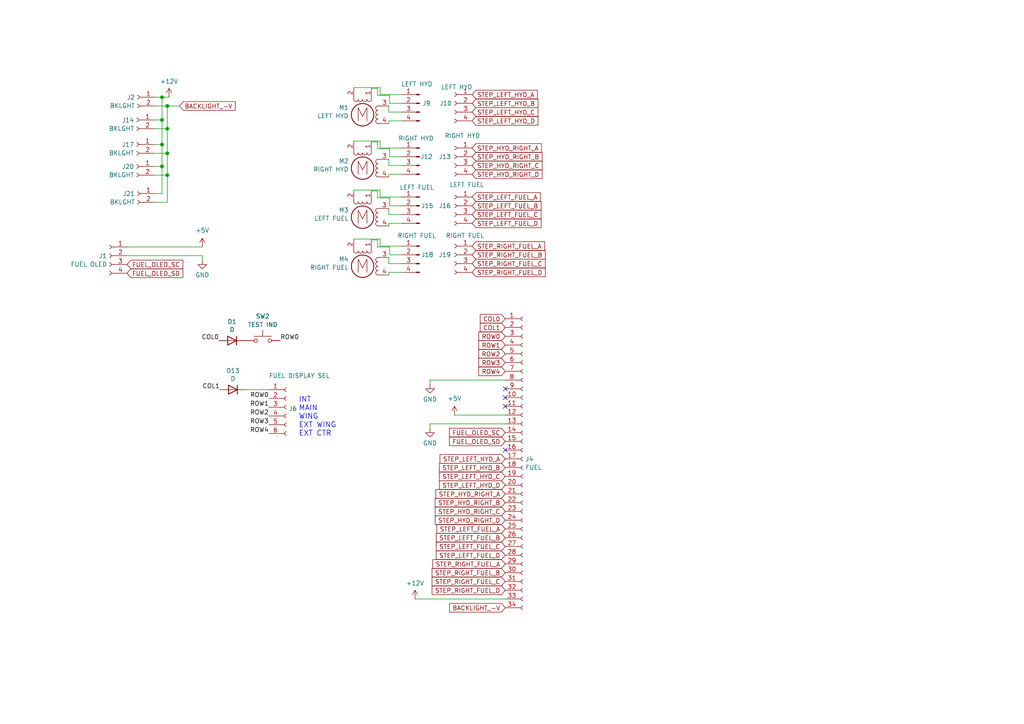
<source format=kicad_sch>
(kicad_sch (version 20231120) (generator "eeschema") (generator_version "8.0")
  (paper "A4")
  (lib_symbols
    (symbol "Conn_01x04_Socket_1" (pin_names (offset 1.016) hide)
      (property "Reference" "J" (at 0 5.08 0))
      (property "Value" "Conn_01x04_Socket" (at 0 -7.62 0))
      (symbol "Conn_01x04_Socket_1_1_1"
        (arc (start 0 -4.572) (mid -0.5058 -5.08) (end 0 -5.588) (stroke (width 0.1524)))
        (arc (start 0 -2.032) (mid -0.5058 -2.54) (end 0 -3.048) (stroke (width 0.1524)))
        (polyline (pts (xy -1.27 -5.08) (xy -0.508 -5.08)) (stroke (width 0.1524)))
        (polyline (pts (xy -1.27 -2.54) (xy -0.508 -2.54)) (stroke (width 0.1524)))
        (polyline (pts (xy -1.27 0) (xy -0.508 0)) (stroke (width 0.1524)))
        (polyline (pts (xy -1.27 2.54) (xy -0.508 2.54)) (stroke (width 0.1524)))
        (arc (start 0 0.508) (mid -0.5058 0) (end 0 -0.508) (stroke (width 0.1524)))
        (arc (start 0 3.048) (mid -0.5058 2.54) (end 0 2.032) (stroke (width 0.1524)))
        (pin passive line (at -5.08 2.54 0) (length 3.81) (name "Pin_1") (number "1"))
        (pin passive line (at -5.08 0 0) (length 3.81) (name "Pin_2") (number "2"))
        (pin passive line (at -5.08 -2.54 0) (length 3.81) (name "Pin_3") (number "3"))
        (pin passive line (at -5.08 -5.08 0) (length 3.81) (name "Pin_4") (number "4"))
      )
    )
    (symbol "Connector:Conn_01x02_Socket" (pin_names (offset 1.016) hide)
      (property "Reference" "J" (at 0 2.54 0))
      (property "Value" "Conn_01x02_Socket" (at 0 -5.08 0))
      (symbol "Conn_01x02_Socket_1_1"
        (arc (start 0 -2.032) (mid -0.5058 -2.54) (end 0 -3.048) (stroke (width 0.1524)))
        (polyline (pts (xy -1.27 -2.54) (xy -0.508 -2.54)) (stroke (width 0.1524)))
        (polyline (pts (xy -1.27 0) (xy -0.508 0)) (stroke (width 0.1524)))
        (arc (start 0 0.508) (mid -0.5058 0) (end 0 -0.508) (stroke (width 0.1524)))
        (pin passive line (at -5.08 0 0) (length 3.81) (name "Pin_1") (number "1"))
        (pin passive line (at -5.08 -2.54 0) (length 3.81) (name "Pin_2") (number "2"))
      )
    )
    (symbol "Connector:Conn_01x04_Pin" (pin_names (offset 1.016) hide)
      (property "Reference" "J" (at 0 5.08 0))
      (property "Value" "Conn_01x04_Pin" (at 0 -7.62 0))
      (symbol "Conn_01x04_Pin_1_1"
        (polyline (pts (xy 1.27 -5.08) (xy 0.8636 -5.08)) (stroke (width 0.1524)))
        (polyline (pts (xy 1.27 -2.54) (xy 0.8636 -2.54)) (stroke (width 0.1524)))
        (polyline (pts (xy 1.27 0) (xy 0.8636 0)) (stroke (width 0.1524)))
        (polyline (pts (xy 1.27 2.54) (xy 0.8636 2.54)) (stroke (width 0.1524)))
        (rectangle (start 0.8636 -4.953) (end 0 -5.207) (stroke (width 0.1524)) (fill (type outline)))
        (rectangle (start 0.8636 -2.413) (end 0 -2.667) (stroke (width 0.1524)) (fill (type outline)))
        (rectangle (start 0.8636 0.127) (end 0 -0.127) (stroke (width 0.1524)) (fill (type outline)))
        (rectangle (start 0.8636 2.667) (end 0 2.413) (stroke (width 0.1524)) (fill (type outline)))
        (pin passive line (at 5.08 2.54 180) (length 3.81) (name "Pin_1") (number "1"))
        (pin passive line (at 5.08 0 180) (length 3.81) (name "Pin_2") (number "2"))
        (pin passive line (at 5.08 -2.54 180) (length 3.81) (name "Pin_3") (number "3"))
        (pin passive line (at 5.08 -5.08 180) (length 3.81) (name "Pin_4") (number "4"))
      )
    )
    (symbol "Connector:Conn_01x04_Socket" (pin_names (offset 1.016) hide)
      (property "Reference" "J" (at 0 5.08 0))
      (property "Value" "Conn_01x04_Socket" (at 0 -7.62 0))
      (symbol "Conn_01x04_Socket_1_1"
        (arc (start 0 -4.572) (mid -0.5058 -5.08) (end 0 -5.588) (stroke (width 0.1524)))
        (arc (start 0 -2.032) (mid -0.5058 -2.54) (end 0 -3.048) (stroke (width 0.1524)))
        (polyline (pts (xy -1.27 -5.08) (xy -0.508 -5.08)) (stroke (width 0.1524)))
        (polyline (pts (xy -1.27 -2.54) (xy -0.508 -2.54)) (stroke (width 0.1524)))
        (polyline (pts (xy -1.27 0) (xy -0.508 0)) (stroke (width 0.1524)))
        (polyline (pts (xy -1.27 2.54) (xy -0.508 2.54)) (stroke (width 0.1524)))
        (arc (start 0 0.508) (mid -0.5058 0) (end 0 -0.508) (stroke (width 0.1524)))
        (arc (start 0 3.048) (mid -0.5058 2.54) (end 0 2.032) (stroke (width 0.1524)))
        (pin passive line (at -5.08 2.54 0) (length 3.81) (name "Pin_1") (number "1"))
        (pin passive line (at -5.08 0 0) (length 3.81) (name "Pin_2") (number "2"))
        (pin passive line (at -5.08 -2.54 0) (length 3.81) (name "Pin_3") (number "3"))
        (pin passive line (at -5.08 -5.08 0) (length 3.81) (name "Pin_4") (number "4"))
      )
    )
    (symbol "Connector:Conn_01x06_Female" (pin_names (offset 1.016) hide)
      (property "Reference" "J" (at 0 7.62 0))
      (property "Value" "Conn_01x06_Female" (at 0 -10.16 0))
      (symbol "Conn_01x06_Female_1_1"
        (arc (start 0 -7.112) (mid -0.5058 -7.62) (end 0 -8.128) (stroke (width 0.1524)))
        (arc (start 0 -4.572) (mid -0.5058 -5.08) (end 0 -5.588) (stroke (width 0.1524)))
        (arc (start 0 -2.032) (mid -0.5058 -2.54) (end 0 -3.048) (stroke (width 0.1524)))
        (polyline (pts (xy -1.27 -7.62) (xy -0.508 -7.62)) (stroke (width 0.1524)))
        (polyline (pts (xy -1.27 -5.08) (xy -0.508 -5.08)) (stroke (width 0.1524)))
        (polyline (pts (xy -1.27 -2.54) (xy -0.508 -2.54)) (stroke (width 0.1524)))
        (polyline (pts (xy -1.27 0) (xy -0.508 0)) (stroke (width 0.1524)))
        (polyline (pts (xy -1.27 2.54) (xy -0.508 2.54)) (stroke (width 0.1524)))
        (polyline (pts (xy -1.27 5.08) (xy -0.508 5.08)) (stroke (width 0.1524)))
        (arc (start 0 0.508) (mid -0.5058 0) (end 0 -0.508) (stroke (width 0.1524)))
        (arc (start 0 3.048) (mid -0.5058 2.54) (end 0 2.032) (stroke (width 0.1524)))
        (arc (start 0 5.588) (mid -0.5058 5.08) (end 0 4.572) (stroke (width 0.1524)))
        (pin passive line (at -5.08 5.08 0) (length 3.81) (name "Pin_1") (number "1"))
        (pin passive line (at -5.08 2.54 0) (length 3.81) (name "Pin_2") (number "2"))
        (pin passive line (at -5.08 0 0) (length 3.81) (name "Pin_3") (number "3"))
        (pin passive line (at -5.08 -2.54 0) (length 3.81) (name "Pin_4") (number "4"))
        (pin passive line (at -5.08 -5.08 0) (length 3.81) (name "Pin_5") (number "5"))
        (pin passive line (at -5.08 -7.62 0) (length 3.81) (name "Pin_6") (number "6"))
      )
    )
    (symbol "Connector:Conn_01x34_Socket" (pin_names (offset 1.016) hide)
      (property "Reference" "J" (at 0 43.18 0))
      (property "Value" "Conn_01x34_Socket" (at 0 -45.72 0))
      (symbol "Conn_01x34_Socket_1_1"
        (arc (start 0 -42.672) (mid -0.5058 -43.18) (end 0 -43.688) (stroke (width 0.1524)))
        (arc (start 0 -40.132) (mid -0.5058 -40.64) (end 0 -41.148) (stroke (width 0.1524)))
        (arc (start 0 -37.592) (mid -0.5058 -38.1) (end 0 -38.608) (stroke (width 0.1524)))
        (arc (start 0 -35.052) (mid -0.5058 -35.56) (end 0 -36.068) (stroke (width 0.1524)))
        (arc (start 0 -32.512) (mid -0.5058 -33.02) (end 0 -33.528) (stroke (width 0.1524)))
        (arc (start 0 -29.972) (mid -0.5058 -30.48) (end 0 -30.988) (stroke (width 0.1524)))
        (arc (start 0 -27.432) (mid -0.5058 -27.94) (end 0 -28.448) (stroke (width 0.1524)))
        (arc (start 0 -24.892) (mid -0.5058 -25.4) (end 0 -25.908) (stroke (width 0.1524)))
        (arc (start 0 -22.352) (mid -0.5058 -22.86) (end 0 -23.368) (stroke (width 0.1524)))
        (arc (start 0 -19.812) (mid -0.5058 -20.32) (end 0 -20.828) (stroke (width 0.1524)))
        (arc (start 0 -17.272) (mid -0.5058 -17.78) (end 0 -18.288) (stroke (width 0.1524)))
        (arc (start 0 -14.732) (mid -0.5058 -15.24) (end 0 -15.748) (stroke (width 0.1524)))
        (arc (start 0 -12.192) (mid -0.5058 -12.7) (end 0 -13.208) (stroke (width 0.1524)))
        (arc (start 0 -9.652) (mid -0.5058 -10.16) (end 0 -10.668) (stroke (width 0.1524)))
        (arc (start 0 -7.112) (mid -0.5058 -7.62) (end 0 -8.128) (stroke (width 0.1524)))
        (arc (start 0 -4.572) (mid -0.5058 -5.08) (end 0 -5.588) (stroke (width 0.1524)))
        (arc (start 0 -2.032) (mid -0.5058 -2.54) (end 0 -3.048) (stroke (width 0.1524)))
        (polyline (pts (xy -1.27 -43.18) (xy -0.508 -43.18)) (stroke (width 0.1524)))
        (polyline (pts (xy -1.27 -40.64) (xy -0.508 -40.64)) (stroke (width 0.1524)))
        (polyline (pts (xy -1.27 -38.1) (xy -0.508 -38.1)) (stroke (width 0.1524)))
        (polyline (pts (xy -1.27 -35.56) (xy -0.508 -35.56)) (stroke (width 0.1524)))
        (polyline (pts (xy -1.27 -33.02) (xy -0.508 -33.02)) (stroke (width 0.1524)))
        (polyline (pts (xy -1.27 -30.48) (xy -0.508 -30.48)) (stroke (width 0.1524)))
        (polyline (pts (xy -1.27 -27.94) (xy -0.508 -27.94)) (stroke (width 0.1524)))
        (polyline (pts (xy -1.27 -25.4) (xy -0.508 -25.4)) (stroke (width 0.1524)))
        (polyline (pts (xy -1.27 -22.86) (xy -0.508 -22.86)) (stroke (width 0.1524)))
        (polyline (pts (xy -1.27 -20.32) (xy -0.508 -20.32)) (stroke (width 0.1524)))
        (polyline (pts (xy -1.27 -17.78) (xy -0.508 -17.78)) (stroke (width 0.1524)))
        (polyline (pts (xy -1.27 -15.24) (xy -0.508 -15.24)) (stroke (width 0.1524)))
        (polyline (pts (xy -1.27 -12.7) (xy -0.508 -12.7)) (stroke (width 0.1524)))
        (polyline (pts (xy -1.27 -10.16) (xy -0.508 -10.16)) (stroke (width 0.1524)))
        (polyline (pts (xy -1.27 -7.62) (xy -0.508 -7.62)) (stroke (width 0.1524)))
        (polyline (pts (xy -1.27 -5.08) (xy -0.508 -5.08)) (stroke (width 0.1524)))
        (polyline (pts (xy -1.27 -2.54) (xy -0.508 -2.54)) (stroke (width 0.1524)))
        (polyline (pts (xy -1.27 0) (xy -0.508 0)) (stroke (width 0.1524)))
        (polyline (pts (xy -1.27 2.54) (xy -0.508 2.54)) (stroke (width 0.1524)))
        (polyline (pts (xy -1.27 5.08) (xy -0.508 5.08)) (stroke (width 0.1524)))
        (polyline (pts (xy -1.27 7.62) (xy -0.508 7.62)) (stroke (width 0.1524)))
        (polyline (pts (xy -1.27 10.16) (xy -0.508 10.16)) (stroke (width 0.1524)))
        (polyline (pts (xy -1.27 12.7) (xy -0.508 12.7)) (stroke (width 0.1524)))
        (polyline (pts (xy -1.27 15.24) (xy -0.508 15.24)) (stroke (width 0.1524)))
        (polyline (pts (xy -1.27 17.78) (xy -0.508 17.78)) (stroke (width 0.1524)))
        (polyline (pts (xy -1.27 20.32) (xy -0.508 20.32)) (stroke (width 0.1524)))
        (polyline (pts (xy -1.27 22.86) (xy -0.508 22.86)) (stroke (width 0.1524)))
        (polyline (pts (xy -1.27 25.4) (xy -0.508 25.4)) (stroke (width 0.1524)))
        (polyline (pts (xy -1.27 27.94) (xy -0.508 27.94)) (stroke (width 0.1524)))
        (polyline (pts (xy -1.27 30.48) (xy -0.508 30.48)) (stroke (width 0.1524)))
        (polyline (pts (xy -1.27 33.02) (xy -0.508 33.02)) (stroke (width 0.1524)))
        (polyline (pts (xy -1.27 35.56) (xy -0.508 35.56)) (stroke (width 0.1524)))
        (polyline (pts (xy -1.27 38.1) (xy -0.508 38.1)) (stroke (width 0.1524)))
        (polyline (pts (xy -1.27 40.64) (xy -0.508 40.64)) (stroke (width 0.1524)))
        (arc (start 0 0.508) (mid -0.5058 0) (end 0 -0.508) (stroke (width 0.1524)))
        (arc (start 0 3.048) (mid -0.5058 2.54) (end 0 2.032) (stroke (width 0.1524)))
        (arc (start 0 5.588) (mid -0.5058 5.08) (end 0 4.572) (stroke (width 0.1524)))
        (arc (start 0 8.128) (mid -0.5058 7.62) (end 0 7.112) (stroke (width 0.1524)))
        (arc (start 0 10.668) (mid -0.5058 10.16) (end 0 9.652) (stroke (width 0.1524)))
        (arc (start 0 13.208) (mid -0.5058 12.7) (end 0 12.192) (stroke (width 0.1524)))
        (arc (start 0 15.748) (mid -0.5058 15.24) (end 0 14.732) (stroke (width 0.1524)))
        (arc (start 0 18.288) (mid -0.5058 17.78) (end 0 17.272) (stroke (width 0.1524)))
        (arc (start 0 20.828) (mid -0.5058 20.32) (end 0 19.812) (stroke (width 0.1524)))
        (arc (start 0 23.368) (mid -0.5058 22.86) (end 0 22.352) (stroke (width 0.1524)))
        (arc (start 0 25.908) (mid -0.5058 25.4) (end 0 24.892) (stroke (width 0.1524)))
        (arc (start 0 28.448) (mid -0.5058 27.94) (end 0 27.432) (stroke (width 0.1524)))
        (arc (start 0 30.988) (mid -0.5058 30.48) (end 0 29.972) (stroke (width 0.1524)))
        (arc (start 0 33.528) (mid -0.5058 33.02) (end 0 32.512) (stroke (width 0.1524)))
        (arc (start 0 36.068) (mid -0.5058 35.56) (end 0 35.052) (stroke (width 0.1524)))
        (arc (start 0 38.608) (mid -0.5058 38.1) (end 0 37.592) (stroke (width 0.1524)))
        (arc (start 0 41.148) (mid -0.5058 40.64) (end 0 40.132) (stroke (width 0.1524)))
        (pin passive line (at -5.08 40.64 0) (length 3.81) (name "Pin_1") (number "1"))
        (pin passive line (at -5.08 17.78 0) (length 3.81) (name "Pin_10") (number "10"))
        (pin passive line (at -5.08 15.24 0) (length 3.81) (name "Pin_11") (number "11"))
        (pin passive line (at -5.08 12.7 0) (length 3.81) (name "Pin_12") (number "12"))
        (pin passive line (at -5.08 10.16 0) (length 3.81) (name "Pin_13") (number "13"))
        (pin passive line (at -5.08 7.62 0) (length 3.81) (name "Pin_14") (number "14"))
        (pin passive line (at -5.08 5.08 0) (length 3.81) (name "Pin_15") (number "15"))
        (pin passive line (at -5.08 2.54 0) (length 3.81) (name "Pin_16") (number "16"))
        (pin passive line (at -5.08 0 0) (length 3.81) (name "Pin_17") (number "17"))
        (pin passive line (at -5.08 -2.54 0) (length 3.81) (name "Pin_18") (number "18"))
        (pin passive line (at -5.08 -5.08 0) (length 3.81) (name "Pin_19") (number "19"))
        (pin passive line (at -5.08 38.1 0) (length 3.81) (name "Pin_2") (number "2"))
        (pin passive line (at -5.08 -7.62 0) (length 3.81) (name "Pin_20") (number "20"))
        (pin passive line (at -5.08 -10.16 0) (length 3.81) (name "Pin_21") (number "21"))
        (pin passive line (at -5.08 -12.7 0) (length 3.81) (name "Pin_22") (number "22"))
        (pin passive line (at -5.08 -15.24 0) (length 3.81) (name "Pin_23") (number "23"))
        (pin passive line (at -5.08 -17.78 0) (length 3.81) (name "Pin_24") (number "24"))
        (pin passive line (at -5.08 -20.32 0) (length 3.81) (name "Pin_25") (number "25"))
        (pin passive line (at -5.08 -22.86 0) (length 3.81) (name "Pin_26") (number "26"))
        (pin passive line (at -5.08 -25.4 0) (length 3.81) (name "Pin_27") (number "27"))
        (pin passive line (at -5.08 -27.94 0) (length 3.81) (name "Pin_28") (number "28"))
        (pin passive line (at -5.08 -30.48 0) (length 3.81) (name "Pin_29") (number "29"))
        (pin passive line (at -5.08 35.56 0) (length 3.81) (name "Pin_3") (number "3"))
        (pin passive line (at -5.08 -33.02 0) (length 3.81) (name "Pin_30") (number "30"))
        (pin passive line (at -5.08 -35.56 0) (length 3.81) (name "Pin_31") (number "31"))
        (pin passive line (at -5.08 -38.1 0) (length 3.81) (name "Pin_32") (number "32"))
        (pin passive line (at -5.08 -40.64 0) (length 3.81) (name "Pin_33") (number "33"))
        (pin passive line (at -5.08 -43.18 0) (length 3.81) (name "Pin_34") (number "34"))
        (pin passive line (at -5.08 33.02 0) (length 3.81) (name "Pin_4") (number "4"))
        (pin passive line (at -5.08 30.48 0) (length 3.81) (name "Pin_5") (number "5"))
        (pin passive line (at -5.08 27.94 0) (length 3.81) (name "Pin_6") (number "6"))
        (pin passive line (at -5.08 25.4 0) (length 3.81) (name "Pin_7") (number "7"))
        (pin passive line (at -5.08 22.86 0) (length 3.81) (name "Pin_8") (number "8"))
        (pin passive line (at -5.08 20.32 0) (length 3.81) (name "Pin_9") (number "9"))
      )
    )
    (symbol "Device:D" (pin_numbers hide) (pin_names (offset 1.016) hide)
      (property "Reference" "D" (at 0 2.54 0))
      (property "Value" "D" (at 0 -2.54 0))
      (symbol "D_0_1"
        (polyline (pts (xy -1.27 1.27) (xy -1.27 -1.27)) (stroke (width 0.254)))
        (polyline (pts (xy 1.27 0) (xy -1.27 0)))
        (polyline (pts (xy 1.27 1.27) (xy 1.27 -1.27) (xy -1.27 0) (xy 1.27 1.27)) (stroke (width 0.254)))
      )
      (symbol "D_1_1"
        (pin passive line (at -3.81 0 0) (length 2.54) (name "K") (number "1"))
        (pin passive line (at 3.81 0 180) (length 2.54) (name "A") (number "2"))
      )
    )
    (symbol "Motor:Stepper_Motor_bipolar" (pin_names (offset 0) hide)
      (property "Reference" "M" (at 3.81 2.54 0))
      (property "Value" "Stepper_Motor_bipolar" (at 3.81 1.27 0))
      (symbol "Stepper_Motor_bipolar_0_0"
        (polyline (pts (xy -1.27 -1.778) (xy -1.27 2.032) (xy 0 -0.508) (xy 1.27 2.032) (xy 1.27 -1.778)))
      )
      (symbol "Stepper_Motor_bipolar_0_1"
        (arc (start -4.445 -2.54) (mid -3.8127 -1.905) (end -4.445 -1.27))
        (arc (start -4.445 -1.27) (mid -3.8127 -0.635) (end -4.445 0))
        (arc (start -4.445 0) (mid -3.8127 0.635) (end -4.445 1.27))
        (arc (start -4.445 1.27) (mid -3.8127 1.905) (end -4.445 2.54))
        (arc (start -2.54 4.445) (mid -1.905 3.8127) (end -1.27 4.445))
        (arc (start -1.27 4.445) (mid -0.635 3.8127) (end 0 4.445))
        (polyline (pts (xy -5.08 -2.54) (xy -4.445 -2.54)))
        (polyline (pts (xy -5.08 2.54) (xy -4.445 2.54)))
        (polyline (pts (xy -2.54 5.08) (xy -2.54 4.445)))
        (polyline (pts (xy 2.54 5.08) (xy 2.54 4.445)))
        (circle (center 0 0) (radius 3.2512) (stroke (width 0.254)))
        (arc (start 0 4.445) (mid 0.635 3.8127) (end 1.27 4.445))
        (arc (start 1.27 4.445) (mid 1.905 3.8127) (end 2.54 4.445))
      )
      (symbol "Stepper_Motor_bipolar_1_1"
        (pin passive line (at -2.54 7.62 270) (length 2.54) (name "~") (number "1"))
        (pin passive line (at 2.54 7.62 270) (length 2.54) (name "-") (number "2"))
        (pin passive line (at -7.62 2.54 0) (length 2.54) (name "~") (number "3"))
        (pin passive line (at -7.62 -2.54 0) (length 2.54) (name "~") (number "4"))
      )
    )
    (symbol "Switch:SW_Push" (pin_numbers hide) (pin_names (offset 1.016) hide)
      (property "Reference" "SW" (at 1.27 2.54 0))
      (property "Value" "SW_Push" (at 0 -1.524 0))
      (symbol "SW_Push_0_1"
        (circle (center -2.032 0) (radius 0.508))
        (polyline (pts (xy 0 1.27) (xy 0 3.048)))
        (polyline (pts (xy 2.54 1.27) (xy -2.54 1.27)))
        (circle (center 2.032 0) (radius 0.508))
        (pin passive line (at -5.08 0 0) (length 2.54) (name "1") (number "1"))
        (pin passive line (at 5.08 0 180) (length 2.54) (name "2") (number "2"))
      )
    )
    (symbol "power:+12V" (power) (pin_numbers hide) (pin_names (offset 0) hide)
      (property "Value" "+12V" (at 0 3.556 0))
      (symbol "+12V_0_1"
        (polyline (pts (xy -0.762 1.27) (xy 0 2.54)))
        (polyline (pts (xy 0 0) (xy 0 2.54)))
        (polyline (pts (xy 0 2.54) (xy 0.762 1.27)))
      )
      (symbol "+12V_1_1"
        (pin power_in line (at 0 0 90) (length 0) (name "~") (number "1"))
      )
    )
    (symbol "power:+5V" (power) (pin_numbers hide) (pin_names (offset 0) hide)
      (property "Value" "+5V" (at 0 3.556 0))
      (symbol "+5V_0_1"
        (polyline (pts (xy -0.762 1.27) (xy 0 2.54)))
        (polyline (pts (xy 0 0) (xy 0 2.54)))
        (polyline (pts (xy 0 2.54) (xy 0.762 1.27)))
      )
      (symbol "+5V_1_1"
        (pin power_in line (at 0 0 90) (length 0) (name "~") (number "1"))
      )
    )
    (symbol "power:GND" (power) (pin_numbers hide) (pin_names (offset 0) hide)
      (property "Value" "GND" (at 0 -3.81 0))
      (symbol "GND_0_1"
        (polyline (pts (xy 0 0) (xy 0 -1.27) (xy 1.27 -1.27) (xy 0 -2.54) (xy -1.27 -1.27) (xy 0 -1.27)))
      )
      (symbol "GND_1_1"
        (pin power_in line (at 0 0 270) (length 0) (name "~") (number "1"))
      )
    )
  )
  (junction (at 48.514 50.8))
  (junction (at 48.514 44.45))
  (junction (at 46.99 48.26))
  (junction (at 46.99 41.91))
  (junction (at 46.99 28.194))
  (junction (at 48.514 37.338))
  (junction (at 46.99 34.798))
  (junction (at 48.514 30.734))
  (no_connect (at 146.558 115.316))
  (no_connect (at 146.558 112.776))
  (no_connect (at 146.558 130.556))
  (no_connect (at 146.558 117.856))
  (wire (pts (xy 110.236 25.4) (xy 110.236 27.432)))
  (wire (pts (xy 124.714 124.206) (xy 124.714 122.936)))
  (wire (pts (xy 48.514 37.338) (xy 48.514 44.45)))
  (wire (pts (xy 109.474 27.686) (xy 109.474 25.654)))
  (wire (pts (xy 48.514 30.734) (xy 52.07 30.734)))
  (wire (pts (xy 124.714 110.236) (xy 146.558 110.236)))
  (wire (pts (xy 116.586 50.546) (xy 112.776 50.546)))
  (wire (pts (xy 44.704 37.338) (xy 48.514 37.338)))
  (wire (pts (xy 112.776 78.994) (xy 112.776 79.756)))
  (wire (pts (xy 116.586 78.994) (xy 112.776 78.994)))
  (wire (pts (xy 109.474 43.18) (xy 109.474 41.148)))
  (wire (pts (xy 109.474 41.148) (xy 107.696 41.148)))
  (wire (pts (xy 58.674 71.628) (xy 36.83 71.628)))
  (wire (pts (xy 44.704 41.91) (xy 46.99 41.91)))
  (wire (pts (xy 113.03 27.686) (xy 109.474 27.686)))
  (wire (pts (xy 46.99 48.26) (xy 46.99 56.134)))
  (wire (pts (xy 110.236 27.432) (xy 116.586 27.432)))
  (wire (pts (xy 116.586 45.466) (xy 113.03 45.466)))
  (wire (pts (xy 113.03 71.628) (xy 109.474 71.628)))
  (wire (pts (xy 112.776 32.512) (xy 112.776 30.734)))
  (wire (pts (xy 116.586 62.23) (xy 112.776 62.23)))
  (wire (pts (xy 116.586 48.006) (xy 112.776 48.006)))
  (wire (pts (xy 113.03 57.404) (xy 109.474 57.404)))
  (wire (pts (xy 112.776 76.454) (xy 112.776 74.676)))
  (wire (pts (xy 113.03 45.466) (xy 113.03 43.18)))
  (wire (pts (xy 109.474 57.404) (xy 109.474 55.372)))
  (wire (pts (xy 116.586 35.052) (xy 112.776 35.052)))
  (wire (pts (xy 44.704 48.26) (xy 46.99 48.26)))
  (wire (pts (xy 131.826 120.396) (xy 146.558 120.396)))
  (wire (pts (xy 48.514 58.674) (xy 44.958 58.674)))
  (wire (pts (xy 116.586 76.454) (xy 112.776 76.454)))
  (wire (pts (xy 112.776 50.546) (xy 112.776 51.308)))
  (wire (pts (xy 44.958 28.194) (xy 46.99 28.194)))
  (wire (pts (xy 46.99 28.194) (xy 49.022 28.194)))
  (wire (pts (xy 46.99 56.134) (xy 44.958 56.134)))
  (wire (pts (xy 44.958 30.734) (xy 48.514 30.734)))
  (wire (pts (xy 124.714 111.506) (xy 124.714 110.236)))
  (wire (pts (xy 116.586 32.512) (xy 112.776 32.512)))
  (wire (pts (xy 113.03 43.18) (xy 109.474 43.18)))
  (wire (pts (xy 113.03 59.69) (xy 113.03 57.404)))
  (wire (pts (xy 102.616 25.654) (xy 102.616 25.4)))
  (wire (pts (xy 102.616 55.372) (xy 102.616 55.118)))
  (wire (pts (xy 113.03 73.914) (xy 113.03 71.628)))
  (wire (pts (xy 46.99 34.798) (xy 46.99 41.91)))
  (wire (pts (xy 112.776 48.006) (xy 112.776 46.228)))
  (wire (pts (xy 58.674 74.168) (xy 36.83 74.168)))
  (wire (pts (xy 109.474 25.654) (xy 107.696 25.654)))
  (wire (pts (xy 120.396 173.736) (xy 146.558 173.736)))
  (wire (pts (xy 46.99 28.194) (xy 46.99 34.798)))
  (wire (pts (xy 109.474 55.372) (xy 107.696 55.372)))
  (wire (pts (xy 113.03 29.972) (xy 113.03 27.686)))
  (wire (pts (xy 110.236 42.926) (xy 116.586 42.926)))
  (wire (pts (xy 102.616 69.596) (xy 102.616 69.342)))
  (wire (pts (xy 109.474 71.628) (xy 109.474 69.596)))
  (wire (pts (xy 109.474 69.596) (xy 107.696 69.596)))
  (wire (pts (xy 124.714 122.936) (xy 146.558 122.936)))
  (wire (pts (xy 116.586 29.972) (xy 113.03 29.972)))
  (wire (pts (xy 48.514 30.734) (xy 48.514 37.338)))
  (wire (pts (xy 102.616 25.4) (xy 110.236 25.4)))
  (wire (pts (xy 110.236 69.342) (xy 110.236 71.374)))
  (wire (pts (xy 71.374 113.03) (xy 77.978 113.03)))
  (wire (pts (xy 110.236 57.15) (xy 116.586 57.15)))
  (wire (pts (xy 116.586 73.914) (xy 113.03 73.914)))
  (wire (pts (xy 44.704 50.8) (xy 48.514 50.8)))
  (wire (pts (xy 112.776 35.052) (xy 112.776 35.814)))
  (wire (pts (xy 44.704 34.798) (xy 46.99 34.798)))
  (wire (pts (xy 110.236 55.118) (xy 110.236 57.15)))
  (wire (pts (xy 110.236 71.374) (xy 116.586 71.374)))
  (wire (pts (xy 48.514 44.45) (xy 48.514 50.8)))
  (wire (pts (xy 102.616 55.118) (xy 110.236 55.118)))
  (wire (pts (xy 112.776 64.77) (xy 112.776 65.532)))
  (wire (pts (xy 102.616 41.148) (xy 102.616 40.894)))
  (wire (pts (xy 44.704 44.45) (xy 48.514 44.45)))
  (wire (pts (xy 48.514 50.8) (xy 48.514 58.674)))
  (wire (pts (xy 46.99 41.91) (xy 46.99 48.26)))
  (wire (pts (xy 116.586 64.77) (xy 112.776 64.77)))
  (wire (pts (xy 102.616 40.894) (xy 110.236 40.894)))
  (wire (pts (xy 110.236 40.894) (xy 110.236 42.926)))
  (wire (pts (xy 116.586 59.69) (xy 113.03 59.69)))
  (wire (pts (xy 102.616 69.342) (xy 110.236 69.342)))
  (wire (pts (xy 112.776 62.23) (xy 112.776 60.452)))
  (wire (pts (xy 58.674 75.438) (xy 58.674 74.168)))
  (text "INT\nMAIN\nWING\nEXT WING\nEXT CTR" (at 86.614 120.904 0) (effects (font (size 1.524 1.524)) (justify left)))
  (label "ROW2" (at 77.978 120.65 180))
  (label "COL0" (at 63.5 98.806 180))
  (label "COL1" (at 63.754 113.03 180))
  (label "ROW3" (at 77.978 123.19 180))
  (label "ROW1" (at 77.978 118.11 180))
  (label "ROW4" (at 77.978 125.73 180))
  (label "ROW0" (at 77.978 115.57 180))
  (label "ROW0" (at 81.28 98.806 0))
  (global_label "STEP_LEFT_FUEL_D" (shape input) (at 136.906 64.77 0) (property "Intersheetrefs" "${INTERSHEET_REFS}" (effects (hide yes))))
  (global_label "COL0" (shape input) (at 146.558 92.456 180) (property "Intersheetrefs" "${INTERSHEET_REFS}" (effects (hide yes))))
  (global_label "STEP_RIGHT_FUEL_D" (shape input) (at 146.558 171.196 180) (property "Intersheetrefs" "${INTERSHEET_REFS}" (effects (hide yes))))
  (global_label "FUEL_OLED_SC" (shape input) (at 146.558 125.476 180) (property "Intersheetrefs" "${INTERSHEET_REFS}" (effects (hide yes))))
  (global_label "STEP_LEFT_HYD_B" (shape input) (at 146.558 135.636 180) (property "Intersheetrefs" "${INTERSHEET_REFS}" (effects (hide yes))))
  (global_label "BACKLIGHT_-V" (shape input) (at 52.07 30.734 0) (property "Intersheetrefs" "${INTERSHEET_REFS}" (effects (hide yes))))
  (global_label "FUEL_OLED_SD" (shape input) (at 36.83 79.248 0) (property "Intersheetrefs" "${INTERSHEET_REFS}" (effects (hide yes))))
  (global_label "STEP_LEFT_FUEL_C" (shape input) (at 136.906 62.23 0) (property "Intersheetrefs" "${INTERSHEET_REFS}" (effects (hide yes))))
  (global_label "STEP_LEFT_FUEL_A" (shape input) (at 146.558 153.416 180) (property "Intersheetrefs" "${INTERSHEET_REFS}" (effects (hide yes))))
  (global_label "STEP_LEFT_HYD_D" (shape input) (at 136.906 35.052 0) (property "Intersheetrefs" "${INTERSHEET_REFS}" (effects (hide yes))))
  (global_label "STEP_RIGHT_FUEL_A" (shape input) (at 146.558 163.576 180) (property "Intersheetrefs" "${INTERSHEET_REFS}" (effects (hide yes))))
  (global_label "STEP_HYD_RIGHT_A" (shape input) (at 136.906 42.926 0) (property "Intersheetrefs" "${INTERSHEET_REFS}" (effects (hide yes))))
  (global_label "STEP_LEFT_HYD_C" (shape input) (at 146.558 138.176 180) (property "Intersheetrefs" "${INTERSHEET_REFS}" (effects (hide yes))))
  (global_label "ROW4" (shape input) (at 146.558 107.696 180) (property "Intersheetrefs" "${INTERSHEET_REFS}" (effects (hide yes))))
  (global_label "FUEL_OLED_SD" (shape input) (at 146.558 128.016 180) (property "Intersheetrefs" "${INTERSHEET_REFS}" (effects (hide yes))))
  (global_label "BACKLIGHT_-V" (shape input) (at 146.558 176.276 180) (property "Intersheetrefs" "${INTERSHEET_REFS}" (effects (hide yes))))
  (global_label "STEP_HYD_RIGHT_B" (shape input) (at 136.906 45.466 0) (property "Intersheetrefs" "${INTERSHEET_REFS}" (effects (hide yes))))
  (global_label "STEP_RIGHT_FUEL_C" (shape input) (at 146.558 168.656 180) (property "Intersheetrefs" "${INTERSHEET_REFS}" (effects (hide yes))))
  (global_label "STEP_RIGHT_FUEL_A" (shape input) (at 136.906 71.374 0) (property "Intersheetrefs" "${INTERSHEET_REFS}" (effects (hide yes))))
  (global_label "STEP_HYD_RIGHT_C" (shape input) (at 136.906 48.006 0) (property "Intersheetrefs" "${INTERSHEET_REFS}" (effects (hide yes))))
  (global_label "STEP_LEFT_FUEL_C" (shape input) (at 146.558 158.496 180) (property "Intersheetrefs" "${INTERSHEET_REFS}" (effects (hide yes))))
  (global_label "STEP_RIGHT_FUEL_C" (shape input) (at 136.906 76.454 0) (property "Intersheetrefs" "${INTERSHEET_REFS}" (effects (hide yes))))
  (global_label "STEP_LEFT_HYD_B" (shape input) (at 136.906 29.972 0) (property "Intersheetrefs" "${INTERSHEET_REFS}" (effects (hide yes))))
  (global_label "STEP_HYD_RIGHT_D" (shape input) (at 146.558 150.876 180) (property "Intersheetrefs" "${INTERSHEET_REFS}" (effects (hide yes))))
  (global_label "STEP_LEFT_FUEL_B" (shape input) (at 136.906 59.69 0) (property "Intersheetrefs" "${INTERSHEET_REFS}" (effects (hide yes))))
  (global_label "STEP_HYD_RIGHT_B" (shape input) (at 146.558 145.796 180) (property "Intersheetrefs" "${INTERSHEET_REFS}" (effects (hide yes))))
  (global_label "STEP_LEFT_HYD_C" (shape input) (at 136.906 32.512 0) (property "Intersheetrefs" "${INTERSHEET_REFS}" (effects (hide yes))))
  (global_label "STEP_LEFT_FUEL_A" (shape input) (at 136.906 57.15 0) (property "Intersheetrefs" "${INTERSHEET_REFS}" (effects (hide yes))))
  (global_label "STEP_HYD_RIGHT_D" (shape input) (at 136.906 50.546 0) (property "Intersheetrefs" "${INTERSHEET_REFS}" (effects (hide yes))))
  (global_label "STEP_RIGHT_FUEL_B" (shape input) (at 136.906 73.914 0) (property "Intersheetrefs" "${INTERSHEET_REFS}" (effects (hide yes))))
  (global_label "ROW3" (shape input) (at 146.558 105.156 180) (property "Intersheetrefs" "${INTERSHEET_REFS}" (effects (hide yes))))
  (global_label "STEP_RIGHT_FUEL_B" (shape input) (at 146.558 166.116 180) (property "Intersheetrefs" "${INTERSHEET_REFS}" (effects (hide yes))))
  (global_label "STEP_RIGHT_FUEL_D" (shape input) (at 136.906 78.994 0) (property "Intersheetrefs" "${INTERSHEET_REFS}" (effects (hide yes))))
  (global_label "ROW1" (shape input) (at 146.558 100.076 180) (property "Intersheetrefs" "${INTERSHEET_REFS}" (effects (hide yes))))
  (global_label "STEP_LEFT_FUEL_B" (shape input) (at 146.558 155.956 180) (property "Intersheetrefs" "${INTERSHEET_REFS}" (effects (hide yes))))
  (global_label "ROW2" (shape input) (at 146.558 102.616 180) (property "Intersheetrefs" "${INTERSHEET_REFS}" (effects (hide yes))))
  (global_label "STEP_HYD_RIGHT_A" (shape input) (at 146.558 143.256 180) (property "Intersheetrefs" "${INTERSHEET_REFS}" (effects (hide yes))))
  (global_label "ROW0" (shape input) (at 146.558 97.536 180) (property "Intersheetrefs" "${INTERSHEET_REFS}" (effects (hide yes))))
  (global_label "STEP_LEFT_HYD_D" (shape input) (at 146.558 140.716 180) (property "Intersheetrefs" "${INTERSHEET_REFS}" (effects (hide yes))))
  (global_label "STEP_LEFT_HYD_A" (shape input) (at 136.906 27.432 0) (property "Intersheetrefs" "${INTERSHEET_REFS}" (effects (hide yes))))
  (global_label "COL1" (shape input) (at 146.558 94.996 180) (property "Intersheetrefs" "${INTERSHEET_REFS}" (effects (hide yes))))
  (global_label "FUEL_OLED_SC" (shape input) (at 36.83 76.708 0) (property "Intersheetrefs" "${INTERSHEET_REFS}" (effects (hide yes))))
  (global_label "STEP_LEFT_HYD_A" (shape input) (at 146.558 133.096 180) (property "Intersheetrefs" "${INTERSHEET_REFS}" (effects (hide yes))))
  (global_label "STEP_HYD_RIGHT_C" (shape input) (at 146.558 148.336 180) (property "Intersheetrefs" "${INTERSHEET_REFS}" (effects (hide yes))))
  (global_label "STEP_LEFT_FUEL_D" (shape input) (at 146.558 161.036 180) (property "Intersheetrefs" "${INTERSHEET_REFS}" (effects (hide yes))))
  (symbol (lib_name "Conn_01x04_Socket_1") (lib_id "Connector:Conn_01x04_Socket") (at 131.826 73.914 0) (mirror y) (unit 1)
    (property "Reference" "J19" (at 129.032 73.914 0))
    (property "Value" "RIGHT FUEL" (at 134.874 68.326 0))
    (property "Footprint" "Connector_Molex:Molex_KK-254_AE-6410-04A_1x04_P2.54mm_Vertical" (effects (hide yes)))
    (property "Description" "Generic connector, single row, 01x04, script generated" (effects (hide yes)))
  )
  (symbol (lib_id "power:+12V") (at 49.022 28.194 0) (unit 1)
    (property "Reference" "#PWR04" (effects (hide yes)))
    (property "Value" "+12V" (at 49.022 23.622 0))
    (property "Description" "Power symbol creates a global label with name \"+12V\"" (effects (hide yes)))
  )
  (symbol (lib_id "Switch:SW_Push") (at 76.2 98.806 0) (unit 1)
    (property "Reference" "SW2" (at 76.2 91.7405 0))
    (property "Value" "TEST IND" (at 76.2 94.1648 0))
    (property "Footprint" "Connector_Molex:Molex_KK-254_AE-6410-02A_1x02_P2.54mm_Vertical" (effects (hide yes)))
  )
  (symbol (lib_id "power:+5V") (at 58.674 71.628 0) (mirror y) (unit 1)
    (property "Reference" "#PWR05" (effects (hide yes)))
    (property "Value" "+5V" (at 58.674 66.802 0))
    (property "Description" "Power symbol creates a global label with name \"+5V\"" (effects (hide yes)))
  )
  (symbol (lib_id "Connector:Conn_01x04_Socket") (at 131.826 45.466 0) (mirror y) (unit 1)
    (property "Reference" "J13" (at 129.032 45.466 0))
    (property "Value" "RIGHT HYD" (at 134.112 39.37 0))
    (property "Footprint" "Connector_Molex:Molex_KK-254_AE-6410-04A_1x04_P2.54mm_Vertical" (effects (hide yes)))
    (property "Description" "Generic connector, single row, 01x04, script generated" (effects (hide yes)))
  )
  (symbol (lib_id "Connector:Conn_01x04_Pin") (at 121.666 73.914 0) (mirror y) (unit 1) (in_bom no) (on_board no)
    (property "Reference" "J18" (at 123.952 73.914 0))
    (property "Value" "RIGHT FUEL" (at 120.904 68.326 0))
    (property "Description" "Generic connector, single row, 01x04, script generated" (effects (hide yes)))
  )
  (symbol (lib_id "Connector:Conn_01x02_Socket") (at 39.624 34.798 0) (mirror y) (unit 1)
    (property "Reference" "J14" (at 38.9128 34.8559 0) (effects (justify left)))
    (property "Value" "BKLGHT" (at 38.9128 37.2801 0) (effects (justify left)))
    (property "Footprint" "Connector_Molex:Molex_KK-254_AE-6410-02A_1x02_P2.54mm_Vertical" (effects (hide yes)))
  )
  (symbol (lib_id "power:GND") (at 58.674 75.438 0) (mirror y) (unit 1)
    (property "Reference" "#PWR06" (effects (hide yes)))
    (property "Value" "GND" (at 58.674 79.756 0))
    (property "Description" "Power symbol creates a global label with name \"GND\" , ground" (effects (hide yes)))
  )
  (symbol (lib_id "Connector:Conn_01x04_Socket") (at 31.75 74.168 0) (mirror y) (unit 1)
    (property "Reference" "J1" (at 31.0388 74.2259 0) (effects (justify left)))
    (property "Value" "FUEL OLED" (at 31.0388 76.6501 0) (effects (justify left)))
    (property "Footprint" "Connector_Molex:Molex_KK-254_AE-6410-04A_1x04_P2.54mm_Vertical" (effects (hide yes)))
  )
  (symbol (lib_id "Motor:Stepper_Motor_bipolar") (at 105.156 48.768 0) (mirror y) (unit 1) (in_bom no) (on_board no)
    (property "Reference" "M2" (at 101.1428 46.7049 0) (effects (justify left)))
    (property "Value" "RIGHT HYD" (at 101.1428 49.1292 0) (effects (justify left)))
    (property "Datasheet" "http://www.infineon.com/dgdl/Application-Note-TLE8110EE_driving_UniPolarStepperMotor_V1.1.pdf?fileId=db3a30431be39b97011be5d0aa0a00b0" (effects (hide yes)))
    (property "Description" "4-wire bipolar stepper motor" (effects (hide yes)))
  )
  (symbol (lib_id "Motor:Stepper_Motor_bipolar") (at 105.156 77.216 0) (mirror y) (unit 1) (in_bom no) (on_board no)
    (property "Reference" "M4" (at 101.1429 75.1529 0) (effects (justify left)))
    (property "Value" "RIGHT FUEL" (at 101.1429 77.5772 0) (effects (justify left)))
    (property "Datasheet" "http://www.infineon.com/dgdl/Application-Note-TLE8110EE_driving_UniPolarStepperMotor_V1.1.pdf?fileId=db3a30431be39b97011be5d0aa0a00b0" (effects (hide yes)))
    (property "Description" "4-wire bipolar stepper motor" (effects (hide yes)))
  )
  (symbol (lib_id "Device:D") (at 67.564 113.03 0) (mirror y) (unit 1)
    (property "Reference" "D13" (at 67.564 107.5436 0))
    (property "Value" "D" (at 67.564 109.855 0))
    (property "Footprint" "Diode_THT:D_DO-35_SOD27_P7.62mm_Horizontal" (effects (hide yes)))
  )
  (symbol (lib_id "Connector:Conn_01x02_Socket") (at 39.624 41.91 0) (mirror y) (unit 1)
    (property "Reference" "J17" (at 38.9128 41.9679 0) (effects (justify left)))
    (property "Value" "BKLGHT" (at 38.9128 44.3921 0) (effects (justify left)))
    (property "Footprint" "Connector_Molex:Molex_KK-254_AE-6410-02A_1x02_P2.54mm_Vertical" (effects (hide yes)))
  )
  (symbol (lib_id "power:GND") (at 124.714 124.206 0) (unit 1)
    (property "Reference" "#PWR03" (effects (hide yes)))
    (property "Value" "GND" (at 124.714 128.524 0))
    (property "Description" "Power symbol creates a global label with name \"GND\" , ground" (effects (hide yes)))
  )
  (symbol (lib_id "power:+5V") (at 131.826 120.396 0) (unit 1)
    (property "Reference" "#PWR02" (effects (hide yes)))
    (property "Value" "+5V" (at 131.826 115.57 0))
    (property "Description" "Power symbol creates a global label with name \"+5V\"" (effects (hide yes)))
  )
  (symbol (lib_id "Motor:Stepper_Motor_bipolar") (at 105.156 62.992 0) (mirror y) (unit 1) (in_bom no) (on_board no)
    (property "Reference" "M3" (at 101.1429 60.9289 0) (effects (justify left)))
    (property "Value" "LEFT FUEL" (at 101.1429 63.3532 0) (effects (justify left)))
    (property "Datasheet" "http://www.infineon.com/dgdl/Application-Note-TLE8110EE_driving_UniPolarStepperMotor_V1.1.pdf?fileId=db3a30431be39b97011be5d0aa0a00b0" (effects (hide yes)))
    (property "Description" "4-wire bipolar stepper motor" (effects (hide yes)))
  )
  (symbol (lib_id "power:+12V") (at 120.396 173.736 0) (unit 1)
    (property "Reference" "#PWR01" (effects (hide yes)))
    (property "Value" "+12V" (at 120.396 169.164 0))
    (property "Description" "Power symbol creates a global label with name \"+12V\"" (effects (hide yes)))
  )
  (symbol (lib_id "Connector:Conn_01x02_Socket") (at 39.878 28.194 0) (mirror y) (unit 1)
    (property "Reference" "J2" (at 39.1668 28.2519 0) (effects (justify left)))
    (property "Value" "BKLGHT" (at 39.1668 30.6761 0) (effects (justify left)))
    (property "Footprint" "Connector_Molex:Molex_KK-254_AE-6410-02A_1x02_P2.54mm_Vertical" (effects (hide yes)))
  )
  (symbol (lib_id "Connector:Conn_01x02_Socket") (at 39.624 48.26 0) (mirror y) (unit 1)
    (property "Reference" "J20" (at 38.9128 48.3179 0) (effects (justify left)))
    (property "Value" "BKLGHT" (at 38.9128 50.7421 0) (effects (justify left)))
    (property "Footprint" "Connector_Molex:Molex_KK-254_AE-6410-02A_1x02_P2.54mm_Vertical" (effects (hide yes)))
  )
  (symbol (lib_id "Connector:Conn_01x02_Socket") (at 39.878 56.134 0) (mirror y) (unit 1)
    (property "Reference" "J21" (at 39.1668 56.1919 0) (effects (justify left)))
    (property "Value" "BKLGHT" (at 39.1668 58.6161 0) (effects (justify left)))
    (property "Footprint" "Connector_Molex:Molex_KK-254_AE-6410-02A_1x02_P2.54mm_Vertical" (effects (hide yes)))
  )
  (symbol (lib_id "Motor:Stepper_Motor_bipolar") (at 105.156 33.274 0) (mirror y) (unit 1) (in_bom no) (on_board no)
    (property "Reference" "M1" (at 101.1428 31.2109 0) (effects (justify left)))
    (property "Value" "LEFT HYD" (at 101.1428 33.6352 0) (effects (justify left)))
    (property "Datasheet" "http://www.infineon.com/dgdl/Application-Note-TLE8110EE_driving_UniPolarStepperMotor_V1.1.pdf?fileId=db3a30431be39b97011be5d0aa0a00b0" (effects (hide yes)))
    (property "Description" "4-wire bipolar stepper motor" (effects (hide yes)))
  )
  (symbol (lib_id "Connector:Conn_01x04_Pin") (at 121.666 29.972 0) (mirror y) (unit 1) (in_bom no) (on_board no)
    (property "Reference" "J9" (at 123.698 29.972 0))
    (property "Value" "LEFT HYD" (at 120.904 24.384 0))
    (property "Description" "Generic connector, single row, 01x04, script generated" (effects (hide yes)))
  )
  (symbol (lib_id "Connector:Conn_01x34_Socket") (at 151.638 133.096 0) (unit 1)
    (property "Reference" "J4" (at 152.3492 133.1538 0) (effects (justify left)))
    (property "Value" "FUEL" (at 152.3492 135.5781 0) (effects (justify left)))
    (property "Footprint" "Connector_IDC:IDC-Header_2x17_P2.54mm_Vertical" (effects (hide yes)))
    (property "Description" "Generic connector, single row, 01x34, script generated" (effects (hide yes)))
  )
  (symbol (lib_id "power:GND") (at 124.714 111.506 0) (unit 1)
    (property "Reference" "#PWR07" (effects (hide yes)))
    (property "Value" "GND" (at 124.714 115.824 0))
    (property "Description" "Power symbol creates a global label with name \"GND\" , ground" (effects (hide yes)))
  )
  (symbol (lib_id "Connector:Conn_01x06_Female") (at 83.058 118.11 0) (unit 1)
    (property "Reference" "J6" (at 83.7692 118.5453 0) (effects (justify left)))
    (property "Value" "FUEL DISPLAY SEL" (at 77.978 108.966 0) (effects (justify left)))
    (property "Footprint" "Connector_Molex:Molex_KK-254_AE-6410-06A_1x06_P2.54mm_Vertical" (effects (hide yes)))
  )
  (symbol (lib_id "Connector:Conn_01x04_Socket") (at 131.826 29.972 0) (mirror y) (unit 1)
    (property "Reference" "J10" (at 129.286 29.972 0))
    (property "Value" "LEFT HYD" (at 132.461 25.2546 0))
    (property "Footprint" "Connector_Molex:Molex_KK-254_AE-6410-04A_1x04_P2.54mm_Vertical" (effects (hide yes)))
    (property "Description" "Generic connector, single row, 01x04, script generated" (effects (hide yes)))
  )
  (symbol (lib_id "Connector:Conn_01x04_Pin") (at 121.666 59.69 0) (mirror y) (unit 1) (in_bom no) (on_board no)
    (property "Reference" "J15" (at 123.952 59.69 0))
    (property "Value" "LEFT FUEL" (at 120.904 54.356 0))
    (property "Description" "Generic connector, single row, 01x04, script generated" (effects (hide yes)))
  )
  (symbol (lib_id "Connector:Conn_01x04_Pin") (at 121.666 45.466 0) (mirror y) (unit 1) (in_bom no) (on_board no)
    (property "Reference" "J12" (at 123.698 45.466 0))
    (property "Value" "RIGHT HYD" (at 120.65 40.132 0))
    (property "Description" "Generic connector, single row, 01x04, script generated" (effects (hide yes)))
  )
  (symbol (lib_id "Connector:Conn_01x04_Socket") (at 131.826 59.69 0) (mirror y) (unit 1)
    (property "Reference" "J16" (at 129.032 59.69 0))
    (property "Value" "LEFT FUEL" (at 135.382 53.594 0))
    (property "Footprint" "Connector_Molex:Molex_KK-254_AE-6410-04A_1x04_P2.54mm_Vertical" (effects (hide yes)))
    (property "Description" "Generic connector, single row, 01x04, script generated" (effects (hide yes)))
  )
  (symbol (lib_id "Device:D") (at 67.31 98.806 0) (mirror y) (unit 1)
    (property "Reference" "D1" (at 67.31 93.3196 0))
    (property "Value" "D" (at 67.31 95.631 0))
    (property "Footprint" "Diode_THT:D_DO-35_SOD27_P7.62mm_Horizontal" (effects (hide yes)))
  )
)
</source>
